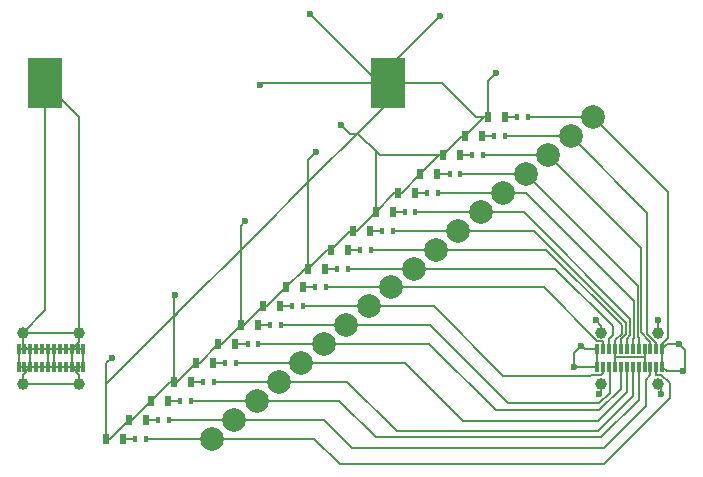
<source format=gbr>
%TF.GenerationSoftware,KiCad,Pcbnew,6.0.10-86aedd382b~118~ubuntu20.04.1*%
%TF.CreationDate,2023-02-21T15:58:45-08:00*%
%TF.ProjectId,CAD,4341442e-6b69-4636-9164-5f7063625858,rev?*%
%TF.SameCoordinates,Original*%
%TF.FileFunction,Copper,L1,Top*%
%TF.FilePolarity,Positive*%
%FSLAX46Y46*%
G04 Gerber Fmt 4.6, Leading zero omitted, Abs format (unit mm)*
G04 Created by KiCad (PCBNEW 6.0.10-86aedd382b~118~ubuntu20.04.1) date 2023-02-21 15:58:45*
%MOMM*%
%LPD*%
G01*
G04 APERTURE LIST*
%TA.AperFunction,SMDPad,CuDef*%
%ADD10R,0.512132X0.950000*%
%TD*%
%TA.AperFunction,SMDPad,CuDef*%
%ADD11R,0.380278X0.600000*%
%TD*%
%TA.AperFunction,SMDPad,CuDef*%
%ADD12C,2.000000*%
%TD*%
%TA.AperFunction,SMDPad,CuDef*%
%ADD13R,3.000000X4.200000*%
%TD*%
%TA.AperFunction,ComponentPad*%
%ADD14C,1.000000*%
%TD*%
%TA.AperFunction,SMDPad,CuDef*%
%ADD15R,0.300000X0.950013*%
%TD*%
%TA.AperFunction,ViaPad*%
%ADD16C,0.600000*%
%TD*%
%TA.AperFunction,Conductor*%
%ADD17C,0.200000*%
%TD*%
G04 APERTURE END LIST*
D10*
%TO.P,LED3,1,a*%
%TO.N,Net-(LED3-Pad1)*%
X124918934Y-121614286D03*
%TO.P,LED3,2,c*%
%TO.N,Net-(B1-Pad2)*%
X123481066Y-121614286D03*
%TD*%
D11*
%TO.P,R7,1,1*%
%TO.N,/2: /SSRXN1*%
X134459861Y-115214286D03*
%TO.P,R7,2,2*%
%TO.N,Net-(LED7-Pad1)*%
X133540139Y-115214286D03*
%TD*%
%TO.P,R11,1,1*%
%TO.N,/2: /VBUS*%
X142059861Y-108814286D03*
%TO.P,R11,2,2*%
%TO.N,Net-(LED11-Pad1)*%
X141140139Y-108814286D03*
%TD*%
%TO.P,R16,1,1*%
%TO.N,/2: /SSRXN2*%
X151559861Y-100814286D03*
%TO.P,R16,2,2*%
%TO.N,Net-(LED16-Pad1)*%
X150640139Y-100814286D03*
%TD*%
D12*
%TO.P,,tp*%
%TO.N,IN4*%
X155200000Y-102414286D03*
%TD*%
D10*
%TO.P,LED1,1,a*%
%TO.N,Net-(LED1-Pad1)*%
X121118934Y-124814286D03*
%TO.P,LED1,2,c*%
%TO.N,Net-(B1-Pad2)*%
X119681066Y-124814286D03*
%TD*%
D11*
%TO.P,R1,1,1*%
%TO.N,/2: /IN6*%
X123059861Y-124814286D03*
%TO.P,R1,2,2*%
%TO.N,Net-(LED1-Pad1)*%
X122140139Y-124814286D03*
%TD*%
D12*
%TO.P,,tp*%
%TO.N,SSTXN2*%
X130500000Y-123214286D03*
%TD*%
%TO.P,,tp*%
%TO.N,IN2*%
X153300000Y-104014286D03*
%TD*%
D11*
%TO.P,R5,1,1*%
%TO.N,/2: /DN2*%
X130659861Y-118414286D03*
%TO.P,R5,2,2*%
%TO.N,Net-(LED5-Pad1)*%
X129740139Y-118414286D03*
%TD*%
D10*
%TO.P,LED7,1,a*%
%TO.N,Net-(LED7-Pad1)*%
X132518934Y-115214286D03*
%TO.P,LED7,2,c*%
%TO.N,Net-(B1-Pad2)*%
X131081066Y-115214286D03*
%TD*%
%TO.P,LED15,1,a*%
%TO.N,Net-(LED15-Pad1)*%
X147718934Y-102414286D03*
%TO.P,LED15,2,c*%
%TO.N,Net-(B1-Pad2)*%
X146281066Y-102414286D03*
%TD*%
D12*
%TO.P,,tp*%
%TO.N,DN2*%
X136200000Y-118414286D03*
%TD*%
%TO.P,,tp*%
%TO.N,CC1*%
X149500000Y-107214286D03*
%TD*%
D11*
%TO.P,R14,1,1*%
%TO.N,/2: /IN2*%
X147759861Y-104014286D03*
%TO.P,R14,2,2*%
%TO.N,Net-(LED14-Pad1)*%
X146840139Y-104014286D03*
%TD*%
D12*
%TO.P,,tp*%
%TO.N,IN*%
X159000000Y-99214286D03*
%TD*%
D10*
%TO.P,LED5,1,a*%
%TO.N,Net-(LED5-Pad1)*%
X128718934Y-118414286D03*
%TO.P,LED5,2,c*%
%TO.N,Net-(B1-Pad2)*%
X127281066Y-118414286D03*
%TD*%
%TO.P,LED4,1,a*%
%TO.N,Net-(LED4-Pad1)*%
X126818934Y-120014286D03*
%TO.P,LED4,2,c*%
%TO.N,Net-(B1-Pad2)*%
X125381066Y-120014286D03*
%TD*%
D12*
%TO.P,,tp*%
%TO.N,SSRXN1*%
X140000000Y-115214286D03*
%TD*%
D10*
%TO.P,LED13,1,a*%
%TO.N,Net-(LED13-Pad1)*%
X143918934Y-105614286D03*
%TO.P,LED13,2,c*%
%TO.N,Net-(B1-Pad2)*%
X142481066Y-105614286D03*
%TD*%
%TO.P,LED2,1,a*%
%TO.N,Net-(LED2-Pad1)*%
X123018934Y-123214286D03*
%TO.P,LED2,2,c*%
%TO.N,Net-(B1-Pad2)*%
X121581066Y-123214286D03*
%TD*%
%TO.P,LED9,1,a*%
%TO.N,Net-(LED9-Pad1)*%
X136318934Y-112014286D03*
%TO.P,LED9,2,c*%
%TO.N,Net-(B1-Pad2)*%
X134881066Y-112014286D03*
%TD*%
D11*
%TO.P,R2,1,1*%
%TO.N,/2: /SSTXN2*%
X124959861Y-123214286D03*
%TO.P,R2,2,2*%
%TO.N,Net-(LED2-Pad1)*%
X124040139Y-123214286D03*
%TD*%
D12*
%TO.P,,tp*%
%TO.N,GND-usb*%
X160900000Y-97614286D03*
%TD*%
D10*
%TO.P,LED16,1,a*%
%TO.N,Net-(LED16-Pad1)*%
X149618934Y-100814286D03*
%TO.P,LED16,2,c*%
%TO.N,Net-(B1-Pad2)*%
X148181066Y-100814286D03*
%TD*%
D13*
%TO.P,B1,1,power_vdd*%
%TO.N,/2: /POWER*%
X114532000Y-94742000D03*
%TO.P,B1,2,power_gnd*%
%TO.N,Net-(B1-Pad2)*%
X143532000Y-94742000D03*
%TD*%
D12*
%TO.P,,tp*%
%TO.N,IN1*%
X132400000Y-121614286D03*
%TD*%
D11*
%TO.P,R9,1,1*%
%TO.N,/2: /SSTXP1*%
X138259861Y-112014286D03*
%TO.P,R9,2,2*%
%TO.N,Net-(LED9-Pad1)*%
X137340139Y-112014286D03*
%TD*%
D12*
%TO.P,,tp*%
%TO.N,SSRXN2*%
X157100000Y-100814286D03*
%TD*%
D11*
%TO.P,R3,1,1*%
%TO.N,/2: /IN1*%
X126859861Y-121614286D03*
%TO.P,R3,2,2*%
%TO.N,Net-(LED3-Pad1)*%
X125940139Y-121614286D03*
%TD*%
D10*
%TO.P,LED8,1,a*%
%TO.N,Net-(LED8-Pad1)*%
X134418934Y-113614286D03*
%TO.P,LED8,2,c*%
%TO.N,Net-(B1-Pad2)*%
X132981066Y-113614286D03*
%TD*%
D12*
%TO.P,,tp*%
%TO.N,IN6*%
X128600000Y-124814286D03*
%TD*%
D10*
%TO.P,LED6,1,a*%
%TO.N,Net-(LED6-Pad1)*%
X130618934Y-116814286D03*
%TO.P,LED6,2,c*%
%TO.N,Net-(B1-Pad2)*%
X129181066Y-116814286D03*
%TD*%
D11*
%TO.P,R12,1,1*%
%TO.N,/2: /CC1*%
X143959861Y-107214286D03*
%TO.P,R12,2,2*%
%TO.N,Net-(LED12-Pad1)*%
X143040139Y-107214286D03*
%TD*%
D10*
%TO.P,LED18,1,a*%
%TO.N,Net-(LED18-Pad1)*%
X153418934Y-97614286D03*
%TO.P,LED18,2,c*%
%TO.N,Net-(B1-Pad2)*%
X151981066Y-97614286D03*
%TD*%
%TO.P,LED17,1,a*%
%TO.N,Net-(LED17-Pad1)*%
X151518934Y-99214286D03*
%TO.P,LED17,2,c*%
%TO.N,Net-(B1-Pad2)*%
X150081066Y-99214286D03*
%TD*%
%TO.P,LED10,1,a*%
%TO.N,Net-(LED10-Pad1)*%
X138218934Y-110414286D03*
%TO.P,LED10,2,c*%
%TO.N,Net-(B1-Pad2)*%
X136781066Y-110414286D03*
%TD*%
D11*
%TO.P,R10,1,1*%
%TO.N,/2: /SSTXN1*%
X140159861Y-110414286D03*
%TO.P,R10,2,2*%
%TO.N,Net-(LED10-Pad1)*%
X139240139Y-110414286D03*
%TD*%
D10*
%TO.P,LED14,1,a*%
%TO.N,Net-(LED14-Pad1)*%
X145818934Y-104014286D03*
%TO.P,LED14,2,c*%
%TO.N,Net-(B1-Pad2)*%
X144381066Y-104014286D03*
%TD*%
D11*
%TO.P,R17,1,1*%
%TO.N,/2: /IN*%
X153459861Y-99214286D03*
%TO.P,R17,2,2*%
%TO.N,Net-(LED17-Pad1)*%
X152540139Y-99214286D03*
%TD*%
%TO.P,R18,1,1*%
%TO.N,/2: /GND-usb*%
X155359861Y-97614286D03*
%TO.P,R18,2,2*%
%TO.N,Net-(LED18-Pad1)*%
X154440139Y-97614286D03*
%TD*%
D12*
%TO.P,,tp*%
%TO.N,SBU2*%
X138100000Y-116814286D03*
%TD*%
D14*
%TO.P,J2,25,usb-c-pinout_shield*%
%TO.N,Net-(J2-Pad25)*%
X166401041Y-115849886D03*
%TO.P,J2,26,usb-c-pinout_shield*%
X161600940Y-115849886D03*
%TO.P,J2,27,usb-c-pinout_shield*%
X161600940Y-120150114D03*
%TO.P,J2,28,usb-c-pinout_shield*%
X166401041Y-120150114D03*
D15*
%TO.P,J2,A1,usb-c-pinout_GND*%
%TO.N,/2: /GND-usb*%
X161250927Y-117249936D03*
%TO.P,J2,A2,usb-c-pinout_SSTXP1*%
%TO.N,/2: /SSTXP1*%
X161751054Y-117249936D03*
%TO.P,J2,A3,usb-c-pinout_SSTXN1*%
%TO.N,/2: /SSTXN1*%
X162250927Y-117249936D03*
%TO.P,J2,A4,usb-c-pinout_VBUS*%
%TO.N,/2: /VBUS*%
X162751054Y-117249936D03*
%TO.P,J2,A5,usb-c-pinout_CC1*%
%TO.N,/2: /CC1*%
X163250927Y-117249936D03*
%TO.P,J2,A6,usb-c-pinout_DP1*%
%TO.N,/2: /DP1*%
X163751054Y-117249936D03*
%TO.P,J2,A7,usb-c-pinout_DN1*%
%TO.N,/2: /IN2*%
X164250927Y-117249936D03*
%TO.P,J2,A8,usb-c-pinout_SBU1*%
%TO.N,/2: /IN4*%
X164751054Y-117249936D03*
%TO.P,J2,A9,usb-c-pinout_VBUS*%
%TO.N,/2: /VBUS*%
X165250927Y-117249936D03*
%TO.P,J2,A10,usb-c-pinout_SSRXN2*%
%TO.N,/2: /SSRXN2*%
X165751054Y-117249936D03*
%TO.P,J2,A11,usb-c-pinout_SSRXP2*%
%TO.N,/2: /IN*%
X166250927Y-117249936D03*
%TO.P,J2,A12,usb-c-pinout_GND*%
%TO.N,/2: /GND-usb*%
X166751054Y-117249936D03*
%TO.P,J2,B1,usb-c-pinout_GND*%
X166751080Y-118751588D03*
%TO.P,J2,B2,usb-c-pinout_SSTXP2*%
%TO.N,/2: /IN6*%
X166250953Y-118751588D03*
%TO.P,J2,B3,usb-c-pinout_SSTXN2*%
%TO.N,/2: /SSTXN2*%
X165751080Y-118751588D03*
%TO.P,J2,B4,usb-c-pinout_VBUS*%
%TO.N,/2: /VBUS*%
X165250953Y-118751588D03*
%TO.P,J2,B5,usb-c-pinout_CC2*%
%TO.N,/2: /IN1*%
X164751080Y-118751588D03*
%TO.P,J2,B6,usb-c-pinout_DP2*%
%TO.N,/2: /IN3*%
X164250953Y-118751588D03*
%TO.P,J2,B7,usb-c-pinout_DN2*%
%TO.N,/2: /DN2*%
X163751080Y-118751588D03*
%TO.P,J2,B8,usb-c-pinout_SBU2*%
%TO.N,/2: /SBU2*%
X163250953Y-118751588D03*
%TO.P,J2,B9,usb-c-pinout_VBUS*%
%TO.N,/2: /VBUS*%
X162751080Y-118751588D03*
%TO.P,J2,B10,usb-c-pinout_SSRXN1*%
%TO.N,/2: /SSRXN1*%
X162250953Y-118751588D03*
%TO.P,J2,B11,usb-c-pinout_SSRXP1*%
%TO.N,/2: /IN5*%
X161751080Y-118751588D03*
%TO.P,J2,B12,usb-c-pinout_GND*%
%TO.N,/2: /GND-usb*%
X161250953Y-118751588D03*
%TD*%
D11*
%TO.P,R13,1,1*%
%TO.N,/2: /DP1*%
X145859861Y-105614286D03*
%TO.P,R13,2,2*%
%TO.N,Net-(LED13-Pad1)*%
X144940139Y-105614286D03*
%TD*%
%TO.P,R8,1,1*%
%TO.N,/2: /IN5*%
X136359861Y-113614286D03*
%TO.P,R8,2,2*%
%TO.N,Net-(LED8-Pad1)*%
X135440139Y-113614286D03*
%TD*%
D12*
%TO.P,,tp*%
%TO.N,DP1*%
X151400000Y-105614286D03*
%TD*%
D14*
%TO.P,J1,25,usb-c-pinout_shield*%
%TO.N,/2: /POWER*%
X117401041Y-115849886D03*
%TO.P,J1,26,usb-c-pinout_shield*%
X112600940Y-115849886D03*
%TO.P,J1,27,usb-c-pinout_shield*%
X112600940Y-120150114D03*
%TO.P,J1,28,usb-c-pinout_shield*%
X117401041Y-120150114D03*
D15*
%TO.P,J1,A1,usb-c-pinout_GND*%
X112250927Y-117249936D03*
%TO.P,J1,A2,usb-c-pinout_SSTXP1*%
X112751054Y-117249936D03*
%TO.P,J1,A3,usb-c-pinout_SSTXN1*%
X113250927Y-117249936D03*
%TO.P,J1,A4,usb-c-pinout_VBUS*%
X113751054Y-117249936D03*
%TO.P,J1,A5,usb-c-pinout_CC1*%
X114250927Y-117249936D03*
%TO.P,J1,A6,usb-c-pinout_DP1*%
X114751054Y-117249936D03*
%TO.P,J1,A7,usb-c-pinout_DN1*%
X115250927Y-117249936D03*
%TO.P,J1,A8,usb-c-pinout_SBU1*%
X115751054Y-117249936D03*
%TO.P,J1,A9,usb-c-pinout_VBUS*%
X116250927Y-117249936D03*
%TO.P,J1,A10,usb-c-pinout_SSRXN2*%
X116751054Y-117249936D03*
%TO.P,J1,A11,usb-c-pinout_SSRXP2*%
X117250927Y-117249936D03*
%TO.P,J1,A12,usb-c-pinout_GND*%
X117751054Y-117249936D03*
%TO.P,J1,B1,usb-c-pinout_GND*%
X117751080Y-118751588D03*
%TO.P,J1,B2,usb-c-pinout_SSTXP2*%
X117250953Y-118751588D03*
%TO.P,J1,B3,usb-c-pinout_SSTXN2*%
X116751080Y-118751588D03*
%TO.P,J1,B4,usb-c-pinout_VBUS*%
X116250953Y-118751588D03*
%TO.P,J1,B5,usb-c-pinout_CC2*%
X115751080Y-118751588D03*
%TO.P,J1,B6,usb-c-pinout_DP2*%
X115250953Y-118751588D03*
%TO.P,J1,B7,usb-c-pinout_DN2*%
X114751080Y-118751588D03*
%TO.P,J1,B8,usb-c-pinout_SBU2*%
X114250953Y-118751588D03*
%TO.P,J1,B9,usb-c-pinout_VBUS*%
X113751080Y-118751588D03*
%TO.P,J1,B10,usb-c-pinout_SSRXN1*%
X113250953Y-118751588D03*
%TO.P,J1,B11,usb-c-pinout_SSRXP1*%
X112751080Y-118751588D03*
%TO.P,J1,B12,usb-c-pinout_GND*%
X112250953Y-118751588D03*
%TD*%
D12*
%TO.P,,tp*%
%TO.N,IN5*%
X141900000Y-113614286D03*
%TD*%
D10*
%TO.P,LED12,1,a*%
%TO.N,Net-(LED12-Pad1)*%
X142018934Y-107214286D03*
%TO.P,LED12,2,c*%
%TO.N,Net-(B1-Pad2)*%
X140581066Y-107214286D03*
%TD*%
D12*
%TO.P,,tp*%
%TO.N,IN3*%
X134300000Y-120014286D03*
%TD*%
D11*
%TO.P,R15,1,1*%
%TO.N,/2: /IN4*%
X149659861Y-102414286D03*
%TO.P,R15,2,2*%
%TO.N,Net-(LED15-Pad1)*%
X148740139Y-102414286D03*
%TD*%
D12*
%TO.P,,tp*%
%TO.N,SSTXN1*%
X145700000Y-110414286D03*
%TD*%
%TO.P,,tp*%
%TO.N,SSTXP1*%
X143800000Y-112014286D03*
%TD*%
D11*
%TO.P,R4,1,1*%
%TO.N,/2: /IN3*%
X128759861Y-120014286D03*
%TO.P,R4,2,2*%
%TO.N,Net-(LED4-Pad1)*%
X127840139Y-120014286D03*
%TD*%
%TO.P,R6,1,1*%
%TO.N,/2: /SBU2*%
X132559861Y-116814286D03*
%TO.P,R6,2,2*%
%TO.N,Net-(LED6-Pad1)*%
X131640139Y-116814286D03*
%TD*%
D12*
%TO.P,,tp*%
%TO.N,VBUS*%
X147600000Y-108814286D03*
%TD*%
D10*
%TO.P,LED11,1,a*%
%TO.N,Net-(LED11-Pad1)*%
X140118934Y-108814286D03*
%TO.P,LED11,2,c*%
%TO.N,Net-(B1-Pad2)*%
X138681066Y-108814286D03*
%TD*%
D16*
%TO.N,Net-(J2-Pad25)*%
X161417000Y-121031000D03*
X166624000Y-121031000D03*
X166370000Y-114808000D03*
X161163000Y-114808000D03*
%TO.N,/2: /GND-usb*%
X159893000Y-116967000D03*
X159258000Y-118745000D03*
X168529000Y-119126000D03*
X168148000Y-116840000D03*
%TO.N,Net-(B1-Pad2)*%
X152654000Y-93853000D03*
X136906000Y-88900000D03*
X125476000Y-112649000D03*
X147955000Y-89027000D03*
X137414000Y-100584000D03*
X139573000Y-98298000D03*
X131445000Y-106426000D03*
X120142000Y-117983000D03*
X132715000Y-94869000D03*
%TD*%
D17*
%TO.N,/2: /DP1*%
X163751054Y-116374946D02*
X164048000Y-116078000D01*
X155017286Y-105614286D02*
X151400000Y-105614286D01*
X163751054Y-117249936D02*
X163751054Y-116374946D01*
X164048000Y-114645000D02*
X155017286Y-105614286D01*
X164048000Y-116078000D02*
X164048000Y-114645000D01*
X145859861Y-105614286D02*
X151400000Y-105614286D01*
%TO.N,Net-(J2-Pad25)*%
X166624000Y-120373073D02*
X166401041Y-120150114D01*
X161600940Y-120847060D02*
X161417000Y-121031000D01*
X161600940Y-120150114D02*
X161600940Y-120847060D01*
X161600940Y-115245940D02*
X161163000Y-114808000D01*
X166370000Y-115818845D02*
X166401041Y-115849886D01*
X166370000Y-114808000D02*
X166370000Y-115818845D01*
X166624000Y-121031000D02*
X166624000Y-120373073D01*
X161600940Y-115849886D02*
X161600940Y-115245940D01*
%TO.N,/2: /SBU2*%
X152654000Y-122428000D02*
X147040286Y-116814286D01*
X161417000Y-122428000D02*
X152654000Y-122428000D01*
X163250953Y-118751588D02*
X163250953Y-120594047D01*
X163250953Y-120594047D02*
X161417000Y-122428000D01*
X147040286Y-116814286D02*
X138100000Y-116814286D01*
X132559861Y-116814286D02*
X138100000Y-116814286D01*
%TO.N,/2: /IN*%
X165481000Y-115919796D02*
X165481000Y-105695286D01*
X165481000Y-105695286D02*
X159000000Y-99214286D01*
X166250927Y-116689723D02*
X165481000Y-115919796D01*
X153459861Y-99214286D02*
X159000000Y-99214286D01*
X166250927Y-117249936D02*
X166250927Y-116689723D01*
%TO.N,/2: /SSTXN1*%
X156793714Y-110414286D02*
X145700000Y-110414286D01*
X140159861Y-110414286D02*
X145700000Y-110414286D01*
X162250927Y-116387073D02*
X162560000Y-116078000D01*
X157658286Y-110414286D02*
X156793714Y-110414286D01*
X162560000Y-115316000D02*
X157658286Y-110414286D01*
X162560000Y-116078000D02*
X162560000Y-115316000D01*
X162250927Y-117249936D02*
X162250927Y-116387073D01*
%TO.N,/2: /IN1*%
X164751080Y-121506920D02*
X161544000Y-124714000D01*
X161544000Y-124714000D02*
X142494000Y-124714000D01*
X164751080Y-118751588D02*
X164751080Y-121506920D01*
X139394286Y-121614286D02*
X132400000Y-121614286D01*
X142494000Y-124714000D02*
X139394286Y-121614286D01*
X126859861Y-121614286D02*
X132400000Y-121614286D01*
%TO.N,/2: /IN2*%
X155195286Y-104014286D02*
X153300000Y-104014286D01*
X164250927Y-117249936D02*
X164250927Y-116419073D01*
X164338000Y-116332000D02*
X164338000Y-113157000D01*
X147759861Y-104014286D02*
X153300000Y-104014286D01*
X164338000Y-113157000D02*
X155195286Y-104014286D01*
X164250927Y-116419073D02*
X164338000Y-116332000D01*
%TO.N,/2: /SSRXN1*%
X162300941Y-120909059D02*
X161417000Y-121793000D01*
X134459861Y-115214286D02*
X140000000Y-115214286D01*
X147091286Y-115214286D02*
X140000000Y-115214286D01*
X162300941Y-118801576D02*
X162300941Y-120909059D01*
X162250953Y-118751588D02*
X162300941Y-118801576D01*
X161417000Y-121793000D02*
X153670000Y-121793000D01*
X153670000Y-121793000D02*
X147091286Y-115214286D01*
%TO.N,/2: /GND-usb*%
X159258000Y-117602000D02*
X159258000Y-118745000D01*
X155359861Y-97614286D02*
X160900000Y-97614286D01*
X166751054Y-117249936D02*
X166751054Y-116839946D01*
X159258000Y-118745000D02*
X161244365Y-118745000D01*
X167160990Y-116840000D02*
X166751054Y-117249936D01*
X160175936Y-117249936D02*
X159893000Y-116967000D01*
X167259000Y-116332000D02*
X167259000Y-103973286D01*
X167125492Y-119126000D02*
X168529000Y-119126000D01*
X167259000Y-103973286D02*
X160900000Y-97614286D01*
X166751054Y-117249936D02*
X166751054Y-118751562D01*
X161244365Y-118745000D02*
X161250953Y-118751588D01*
X166751054Y-116839946D02*
X167259000Y-116332000D01*
X161250927Y-117249936D02*
X160175936Y-117249936D01*
X166751054Y-118751562D02*
X166751080Y-118751588D01*
X168651067Y-117343067D02*
X168651067Y-119003933D01*
X159893000Y-116967000D02*
X159258000Y-117602000D01*
X168651067Y-119003933D02*
X168529000Y-119126000D01*
X168148000Y-116840000D02*
X168651067Y-117343067D01*
X168148000Y-116840000D02*
X167160990Y-116840000D01*
X161250927Y-118751562D02*
X161250953Y-118751588D01*
X161250927Y-117249936D02*
X161250927Y-118751562D01*
X166751080Y-118751588D02*
X167125492Y-119126000D01*
%TO.N,/2: /VBUS*%
X163322000Y-115189000D02*
X156947286Y-108814286D01*
X162751054Y-116492824D02*
X163322000Y-115921878D01*
X165211908Y-117920054D02*
X165250927Y-117959073D01*
X165250927Y-117249936D02*
X165250927Y-117959073D01*
X142059861Y-108814286D02*
X147600000Y-108814286D01*
X162751054Y-117920054D02*
X162751054Y-118751562D01*
X162751054Y-118751562D02*
X162751080Y-118751588D01*
X156947286Y-108814286D02*
X147600000Y-108814286D01*
X162751054Y-117249936D02*
X162751054Y-117920054D01*
X165250927Y-117959073D02*
X165250927Y-118751562D01*
X165250927Y-118751562D02*
X165250953Y-118751588D01*
X162751054Y-117920054D02*
X165211908Y-117920054D01*
X163322000Y-115921878D02*
X163322000Y-115189000D01*
X162751054Y-117249936D02*
X162751054Y-116492824D01*
%TO.N,/2: /IN3*%
X144272000Y-124206000D02*
X140080286Y-120014286D01*
X164250953Y-118751588D02*
X164250953Y-121245047D01*
X161290000Y-124206000D02*
X144272000Y-124206000D01*
X128759861Y-120014286D02*
X134300000Y-120014286D01*
X164250953Y-121245047D02*
X161290000Y-124206000D01*
X140080286Y-120014286D02*
X134300000Y-120014286D01*
%TO.N,/2: /IN4*%
X164751054Y-116237054D02*
X164683000Y-116169000D01*
X164683000Y-111897286D02*
X155200000Y-102414286D01*
X149659861Y-102414286D02*
X155200000Y-102414286D01*
X164751054Y-117249936D02*
X164751054Y-116237054D01*
X164683000Y-116169000D02*
X164683000Y-111897286D01*
%TO.N,/2: /IN5*%
X161751080Y-118751588D02*
X161751080Y-119256467D01*
X153289000Y-119507000D02*
X147396286Y-113614286D01*
X160655000Y-119507000D02*
X153289000Y-119507000D01*
X161590953Y-119416594D02*
X160745406Y-119416594D01*
X147396286Y-113614286D02*
X141900000Y-113614286D01*
X160745406Y-119416594D02*
X160655000Y-119507000D01*
X136359861Y-113614286D02*
X141900000Y-113614286D01*
X161751080Y-119256467D02*
X161590953Y-119416594D01*
%TO.N,/2: /IN6*%
X167386000Y-121412000D02*
X161798000Y-127000000D01*
X167386000Y-120145122D02*
X167386000Y-121412000D01*
X166667472Y-119426594D02*
X167386000Y-120145122D01*
X166250953Y-118751588D02*
X166250953Y-119426594D01*
X139446000Y-127000000D02*
X137260286Y-124814286D01*
X137260286Y-124814286D02*
X128600000Y-124814286D01*
X166250953Y-119426594D02*
X166667472Y-119426594D01*
X123059861Y-124814286D02*
X128600000Y-124814286D01*
X161798000Y-127000000D02*
X139446000Y-127000000D01*
%TO.N,/2: /CC1*%
X163703000Y-115062000D02*
X155855286Y-107214286D01*
X155855286Y-107214286D02*
X149500000Y-107214286D01*
X163250927Y-117249936D02*
X163250927Y-116403073D01*
X163703000Y-115951000D02*
X163703000Y-115062000D01*
X163250927Y-116403073D02*
X163703000Y-115951000D01*
X143959861Y-107214286D02*
X149500000Y-107214286D01*
%TO.N,/2: /DN2*%
X163751080Y-118751588D02*
X163751080Y-120855920D01*
X144957286Y-118414286D02*
X136200000Y-118414286D01*
X161290000Y-123317000D02*
X149860000Y-123317000D01*
X163751080Y-120855920D02*
X161290000Y-123317000D01*
X130659861Y-118414286D02*
X136200000Y-118414286D01*
X149860000Y-123317000D02*
X144957286Y-118414286D01*
%TO.N,Net-(B1-Pad2)*%
X133281066Y-113614286D02*
X134881066Y-112014286D01*
X148181066Y-100814286D02*
X147881066Y-100814286D01*
X150954286Y-97614286D02*
X148082000Y-94742000D01*
X140275000Y-99000000D02*
X139573000Y-98298000D01*
X125381066Y-120014286D02*
X125681066Y-120014286D01*
X131762500Y-108140500D02*
X126111000Y-113792000D01*
X144681066Y-104014286D02*
X146281066Y-102414286D01*
X126111000Y-113792000D02*
X119681066Y-120221934D01*
X140903000Y-99000000D02*
X143532000Y-96371000D01*
X121881066Y-123214286D02*
X123182676Y-121912676D01*
X138381066Y-108814286D02*
X136781066Y-110414286D01*
X119981066Y-124814286D02*
X121581066Y-123214286D01*
X132981066Y-113614286D02*
X133281066Y-113614286D01*
X143532000Y-93450000D02*
X147955000Y-89027000D01*
X142814286Y-100814286D02*
X141000000Y-99000000D01*
X136781066Y-110414286D02*
X136781066Y-103121934D01*
X138681066Y-108814286D02*
X138381066Y-108814286D01*
X151681066Y-97614286D02*
X150081066Y-99214286D01*
X140903000Y-99000000D02*
X137477500Y-102425500D01*
X123182676Y-121912676D02*
X123481066Y-121614286D01*
X142481066Y-100481066D02*
X141000000Y-99000000D01*
X131081066Y-108821934D02*
X131081066Y-106789934D01*
X131081066Y-115214286D02*
X131381066Y-115214286D01*
X129181066Y-116814286D02*
X129481066Y-116814286D01*
X151981066Y-97614286D02*
X150954286Y-97614286D01*
X125381066Y-114521934D02*
X125381066Y-112743934D01*
X136481066Y-110414286D02*
X134881066Y-112014286D01*
X140581066Y-107214286D02*
X140881066Y-107214286D01*
X127581066Y-118414286D02*
X129181066Y-116814286D01*
X131081066Y-106789934D02*
X131445000Y-106426000D01*
X119681066Y-120221934D02*
X119681066Y-124814286D01*
X143532000Y-96371000D02*
X143532000Y-94742000D01*
X140903000Y-99000000D02*
X140275000Y-99000000D01*
X125081066Y-120014286D02*
X125381066Y-120014286D01*
X148082000Y-94742000D02*
X143532000Y-94742000D01*
X148181066Y-100814286D02*
X142814286Y-100814286D01*
X144381066Y-104014286D02*
X144081066Y-104014286D01*
X136781066Y-101216934D02*
X137414000Y-100584000D01*
X125381066Y-112743934D02*
X125476000Y-112649000D01*
X143532000Y-94742000D02*
X142748000Y-94742000D01*
X119681066Y-120221934D02*
X119681066Y-118443934D01*
X119681066Y-124814286D02*
X119981066Y-124814286D01*
X140881066Y-107214286D02*
X142481066Y-105614286D01*
X143532000Y-94742000D02*
X132842000Y-94742000D01*
X140581066Y-107214286D02*
X140281066Y-107214286D01*
X144381066Y-104014286D02*
X144681066Y-104014286D01*
X151981066Y-97614286D02*
X151981066Y-94525934D01*
X141000000Y-99000000D02*
X140903000Y-99000000D01*
X119681066Y-118443934D02*
X120142000Y-117983000D01*
X131081066Y-108821934D02*
X131762500Y-108140500D01*
X151981066Y-97614286D02*
X151681066Y-97614286D01*
X137477500Y-102425500D02*
X131762500Y-108140500D01*
X125381066Y-120014286D02*
X125381066Y-114521934D01*
X140281066Y-107214286D02*
X138681066Y-108814286D01*
X131081066Y-115214286D02*
X131081066Y-108821934D01*
X147881066Y-100814286D02*
X146281066Y-102414286D01*
X127281066Y-118414286D02*
X127581066Y-118414286D01*
X136781066Y-103121934D02*
X137477500Y-102425500D01*
X151981066Y-94525934D02*
X152654000Y-93853000D01*
X131381066Y-115214286D02*
X132981066Y-113614286D01*
X129481066Y-116814286D02*
X131081066Y-115214286D01*
X136781066Y-110414286D02*
X136481066Y-110414286D01*
X142481066Y-105614286D02*
X142481066Y-100481066D01*
X125381066Y-114521934D02*
X126111000Y-113792000D01*
X123182676Y-121912676D02*
X125081066Y-120014286D01*
X143532000Y-94742000D02*
X143532000Y-93450000D01*
X136781066Y-103121934D02*
X136781066Y-101216934D01*
X142748000Y-94742000D02*
X136906000Y-88900000D01*
X149781066Y-99214286D02*
X148181066Y-100814286D01*
X121581066Y-123214286D02*
X121881066Y-123214286D01*
X150081066Y-99214286D02*
X149781066Y-99214286D01*
X132842000Y-94742000D02*
X132715000Y-94869000D01*
X144081066Y-104014286D02*
X142481066Y-105614286D01*
X125681066Y-120014286D02*
X127281066Y-118414286D01*
%TO.N,/2: /SSRXN2*%
X165751054Y-117249936D02*
X165751054Y-116599972D01*
X164973000Y-108687286D02*
X157100000Y-100814286D01*
X165751054Y-116599972D02*
X164973000Y-115821918D01*
X164973000Y-115821918D02*
X164973000Y-108687286D01*
X151559861Y-100814286D02*
X157100000Y-100814286D01*
%TO.N,/2: /POWER*%
X113250927Y-118751562D02*
X113250953Y-118751588D01*
X117401041Y-115849886D02*
X117401041Y-116599949D01*
X115250927Y-117249936D02*
X115250927Y-118751562D01*
X114751054Y-118751562D02*
X114751080Y-118751588D01*
X112600940Y-115849886D02*
X117401041Y-115849886D01*
X112600940Y-120150114D02*
X117401041Y-120150114D01*
X112600940Y-115849886D02*
X112600940Y-116849812D01*
X112250927Y-117249936D02*
X113001064Y-117249936D01*
X112600940Y-119401601D02*
X113250953Y-118751588D01*
X117751054Y-117249936D02*
X117751054Y-118751562D01*
X114532000Y-113918826D02*
X112600940Y-115849886D01*
X112600940Y-120150114D02*
X112600940Y-119401601D01*
X113250927Y-117249936D02*
X113250927Y-118751562D01*
X117401041Y-120150114D02*
X117401041Y-119401549D01*
X113001064Y-117249936D02*
X117751054Y-117249936D01*
X116751080Y-117249962D02*
X116751054Y-117249936D01*
X116751080Y-118751588D02*
X116751080Y-117249962D01*
X117401041Y-97611041D02*
X114532000Y-94742000D01*
X112600940Y-116849812D02*
X113001064Y-117249936D01*
X112250953Y-118751588D02*
X112250953Y-117249962D01*
X117751054Y-118751562D02*
X117751080Y-118751588D01*
X112250953Y-117249962D02*
X112250927Y-117249936D01*
X115250927Y-118751562D02*
X115250953Y-118751588D01*
X117401041Y-116599949D02*
X116751054Y-117249936D01*
X117751080Y-118751588D02*
X112250953Y-118751588D01*
X117401041Y-119401549D02*
X116751080Y-118751588D01*
X117401041Y-115849886D02*
X117401041Y-97611041D01*
X114751054Y-117249936D02*
X114751054Y-118751562D01*
X114532000Y-94742000D02*
X114532000Y-113918826D01*
%TO.N,/2: /SSTXP1*%
X138259861Y-112014286D02*
X143800000Y-112014286D01*
X161726011Y-116549887D02*
X161253887Y-116549887D01*
X161751054Y-116574930D02*
X161726011Y-116549887D01*
X161253887Y-116549887D02*
X156718286Y-112014286D01*
X156718286Y-112014286D02*
X143800000Y-112014286D01*
X161751054Y-117249936D02*
X161751054Y-116574930D01*
%TO.N,/2: /SSTXN2*%
X165354000Y-119823674D02*
X165354000Y-122047000D01*
X124959861Y-123214286D02*
X130500000Y-123214286D01*
X161798000Y-125603000D02*
X140462000Y-125603000D01*
X165751080Y-119426594D02*
X165354000Y-119823674D01*
X138073286Y-123214286D02*
X130500000Y-123214286D01*
X165354000Y-122047000D02*
X161798000Y-125603000D01*
X165751080Y-118751588D02*
X165751080Y-119426594D01*
X140462000Y-125603000D02*
X138073286Y-123214286D01*
%TO.N,Net-(LED9-Pad1)*%
X136318934Y-112014286D02*
X137340139Y-112014286D01*
%TO.N,Net-(LED2-Pad1)*%
X123018934Y-123214286D02*
X124040139Y-123214286D01*
%TO.N,Net-(LED13-Pad1)*%
X143918934Y-105614286D02*
X144940139Y-105614286D01*
%TO.N,Net-(LED6-Pad1)*%
X130618934Y-116814286D02*
X131640139Y-116814286D01*
%TO.N,Net-(LED17-Pad1)*%
X151518934Y-99214286D02*
X152540139Y-99214286D01*
%TO.N,Net-(LED10-Pad1)*%
X138218934Y-110414286D02*
X139240139Y-110414286D01*
%TO.N,Net-(LED3-Pad1)*%
X124918934Y-121614286D02*
X125940139Y-121614286D01*
%TO.N,Net-(LED14-Pad1)*%
X145818934Y-104014286D02*
X146840139Y-104014286D01*
%TO.N,Net-(LED7-Pad1)*%
X132518934Y-115214286D02*
X133540139Y-115214286D01*
%TO.N,Net-(LED18-Pad1)*%
X153418934Y-97614286D02*
X154440139Y-97614286D01*
%TO.N,Net-(LED11-Pad1)*%
X140118934Y-108814286D02*
X141140139Y-108814286D01*
%TO.N,Net-(LED4-Pad1)*%
X126818934Y-120014286D02*
X127840139Y-120014286D01*
%TO.N,Net-(LED15-Pad1)*%
X147718934Y-102414286D02*
X148740139Y-102414286D01*
%TO.N,Net-(LED8-Pad1)*%
X134418934Y-113614286D02*
X135440139Y-113614286D01*
%TO.N,Net-(LED1-Pad1)*%
X121118934Y-124814286D02*
X122140139Y-124814286D01*
%TO.N,Net-(LED12-Pad1)*%
X142018934Y-107214286D02*
X143040139Y-107214286D01*
%TO.N,Net-(LED5-Pad1)*%
X128718934Y-118414286D02*
X129740139Y-118414286D01*
%TO.N,Net-(LED16-Pad1)*%
X149618934Y-100814286D02*
X150640139Y-100814286D01*
%TD*%
M02*

</source>
